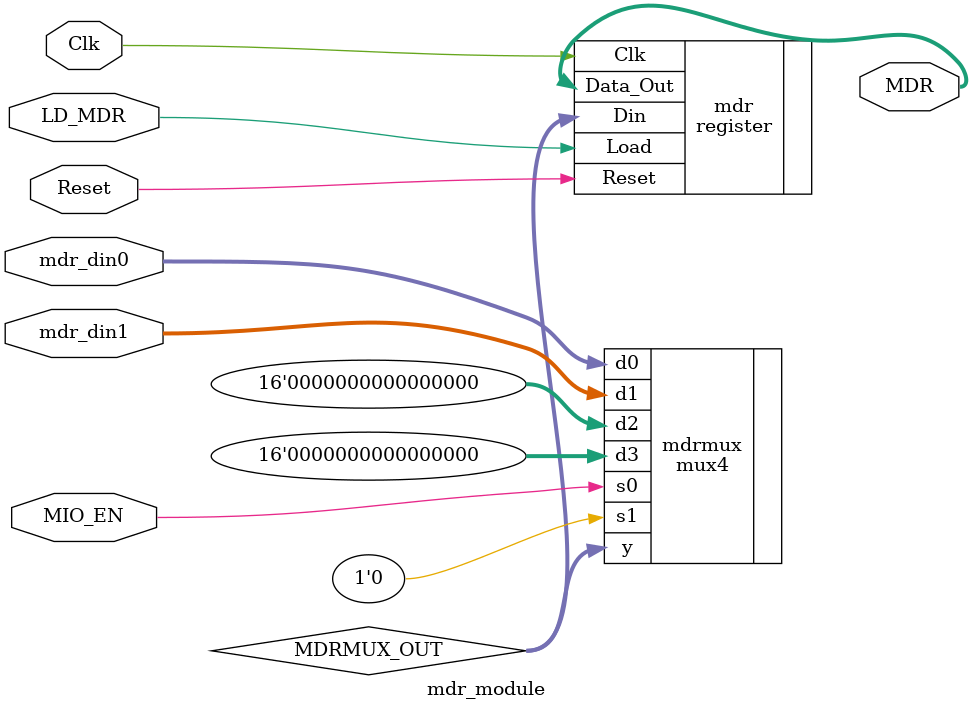
<source format=sv>
module mdr_module
		(	input	logic	Clk, Reset, LD_MDR,
			input logic	[15:0] mdr_din0, mdr_din1,
			input logic	MIO_EN,
			output logic[15:0] MDR		
		);
		
		logic[15:0] MDRMUX_OUT;
		
		mux4 mdrmux(.d0(mdr_din0), .d1(mdr_din1), .d2(16'h0000), .d3(16'h0000), .s0(MIO_EN), .s1(1'b0), .y(MDRMUX_OUT));
		register mdr(.Clk, .Reset, .Load(LD_MDR), .Din(MDRMUX_OUT), .Data_Out(MDR));

endmodule

</source>
